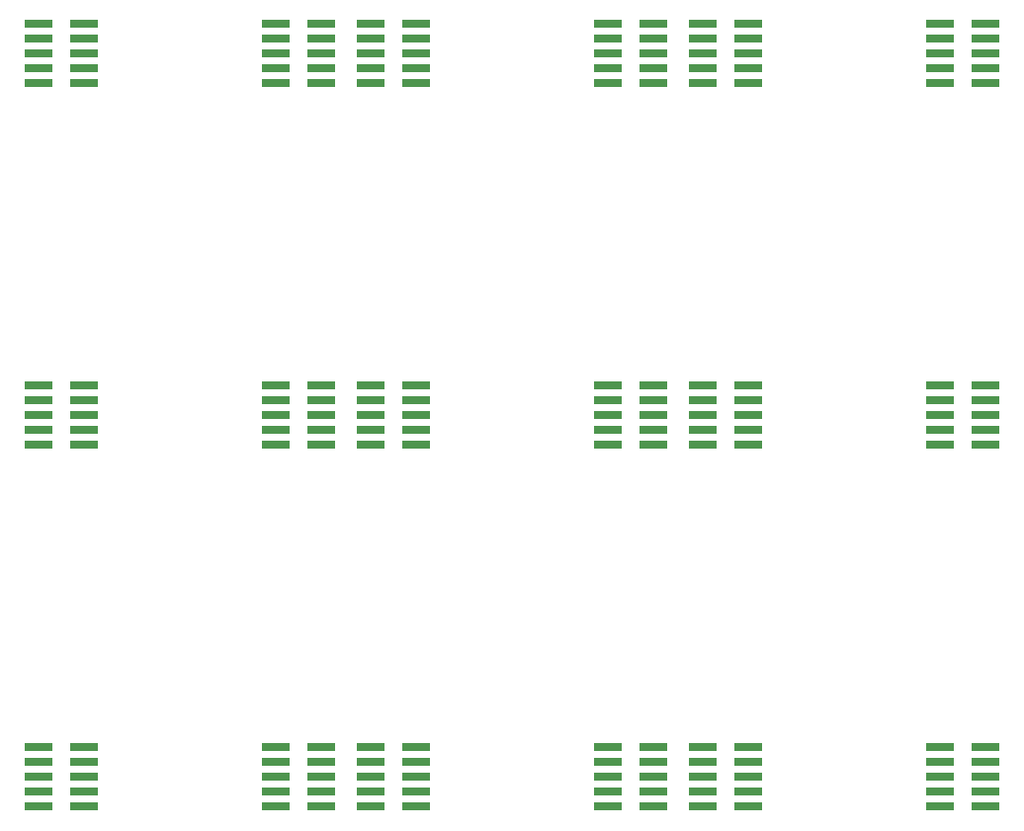
<source format=gbp>
G04 EAGLE Gerber RS-274X export*
G75*
%MOMM*%
%FSLAX34Y34*%
%LPD*%
%INSolderpaste Bottom*%
%IPPOS*%
%AMOC8*
5,1,8,0,0,1.08239X$1,22.5*%
G01*
%ADD10R,2.400000X0.760000*%


D10*
X18600Y120650D03*
X18600Y107950D03*
X18600Y95250D03*
X18600Y133350D03*
X18600Y146050D03*
X57600Y146050D03*
X57600Y133350D03*
X57600Y120650D03*
X57600Y107950D03*
X57600Y95250D03*
X221800Y120650D03*
X221800Y107950D03*
X221800Y95250D03*
X221800Y133350D03*
X221800Y146050D03*
X260800Y146050D03*
X260800Y133350D03*
X260800Y120650D03*
X260800Y107950D03*
X260800Y95250D03*
X303105Y120650D03*
X303105Y107950D03*
X303105Y95250D03*
X303105Y133350D03*
X303105Y146050D03*
X342105Y146050D03*
X342105Y133350D03*
X342105Y120650D03*
X342105Y107950D03*
X342105Y95250D03*
X506305Y120650D03*
X506305Y107950D03*
X506305Y95250D03*
X506305Y133350D03*
X506305Y146050D03*
X545305Y146050D03*
X545305Y133350D03*
X545305Y120650D03*
X545305Y107950D03*
X545305Y95250D03*
X587611Y120650D03*
X587611Y107950D03*
X587611Y95250D03*
X587611Y133350D03*
X587611Y146050D03*
X626611Y146050D03*
X626611Y133350D03*
X626611Y120650D03*
X626611Y107950D03*
X626611Y95250D03*
X790811Y120650D03*
X790811Y107950D03*
X790811Y95250D03*
X790811Y133350D03*
X790811Y146050D03*
X829811Y146050D03*
X829811Y133350D03*
X829811Y120650D03*
X829811Y107950D03*
X829811Y95250D03*
X18600Y430530D03*
X18600Y417830D03*
X18600Y405130D03*
X18600Y443230D03*
X18600Y455930D03*
X57600Y455930D03*
X57600Y443230D03*
X57600Y430530D03*
X57600Y417830D03*
X57600Y405130D03*
X221800Y430530D03*
X221800Y417830D03*
X221800Y405130D03*
X221800Y443230D03*
X221800Y455930D03*
X260800Y455930D03*
X260800Y443230D03*
X260800Y430530D03*
X260800Y417830D03*
X260800Y405130D03*
X303105Y430530D03*
X303105Y417830D03*
X303105Y405130D03*
X303105Y443230D03*
X303105Y455930D03*
X342105Y455930D03*
X342105Y443230D03*
X342105Y430530D03*
X342105Y417830D03*
X342105Y405130D03*
X506305Y430530D03*
X506305Y417830D03*
X506305Y405130D03*
X506305Y443230D03*
X506305Y455930D03*
X545305Y455930D03*
X545305Y443230D03*
X545305Y430530D03*
X545305Y417830D03*
X545305Y405130D03*
X587611Y430530D03*
X587611Y417830D03*
X587611Y405130D03*
X587611Y443230D03*
X587611Y455930D03*
X626611Y455930D03*
X626611Y443230D03*
X626611Y430530D03*
X626611Y417830D03*
X626611Y405130D03*
X790811Y430530D03*
X790811Y417830D03*
X790811Y405130D03*
X790811Y443230D03*
X790811Y455930D03*
X829811Y455930D03*
X829811Y443230D03*
X829811Y430530D03*
X829811Y417830D03*
X829811Y405130D03*
X18600Y740410D03*
X18600Y727710D03*
X18600Y715010D03*
X18600Y753110D03*
X18600Y765810D03*
X57600Y765810D03*
X57600Y753110D03*
X57600Y740410D03*
X57600Y727710D03*
X57600Y715010D03*
X221800Y740410D03*
X221800Y727710D03*
X221800Y715010D03*
X221800Y753110D03*
X221800Y765810D03*
X260800Y765810D03*
X260800Y753110D03*
X260800Y740410D03*
X260800Y727710D03*
X260800Y715010D03*
X303105Y740410D03*
X303105Y727710D03*
X303105Y715010D03*
X303105Y753110D03*
X303105Y765810D03*
X342105Y765810D03*
X342105Y753110D03*
X342105Y740410D03*
X342105Y727710D03*
X342105Y715010D03*
X506305Y740410D03*
X506305Y727710D03*
X506305Y715010D03*
X506305Y753110D03*
X506305Y765810D03*
X545305Y765810D03*
X545305Y753110D03*
X545305Y740410D03*
X545305Y727710D03*
X545305Y715010D03*
X587611Y740410D03*
X587611Y727710D03*
X587611Y715010D03*
X587611Y753110D03*
X587611Y765810D03*
X626611Y765810D03*
X626611Y753110D03*
X626611Y740410D03*
X626611Y727710D03*
X626611Y715010D03*
X790811Y740410D03*
X790811Y727710D03*
X790811Y715010D03*
X790811Y753110D03*
X790811Y765810D03*
X829811Y765810D03*
X829811Y753110D03*
X829811Y740410D03*
X829811Y727710D03*
X829811Y715010D03*
M02*

</source>
